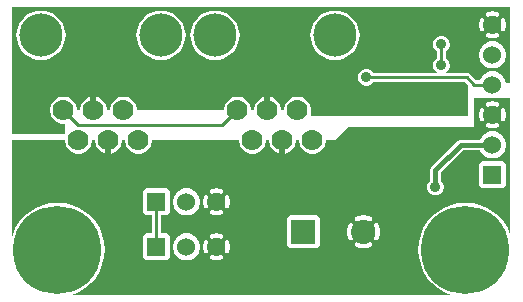
<source format=gbr>
G04 start of page 3 for group 1 idx 1 *
G04 Title: (unknown), solder *
G04 Creator: pcb 20110918 *
G04 CreationDate: Sun 25 Aug 2013 04:17:39 AM GMT UTC *
G04 For: railfan *
G04 Format: Gerber/RS-274X *
G04 PCB-Dimensions: 170000 100000 *
G04 PCB-Coordinate-Origin: lower left *
%MOIN*%
%FSLAX25Y25*%
%LNBOTTOM*%
%ADD42C,0.1285*%
%ADD41C,0.0380*%
%ADD40C,0.0480*%
%ADD39C,0.0350*%
%ADD38C,0.1280*%
%ADD37C,0.0360*%
%ADD36C,0.0600*%
%ADD35C,0.2937*%
%ADD34C,0.0800*%
%ADD33C,0.0700*%
%ADD32C,0.1440*%
%ADD31C,0.0200*%
%ADD30C,0.0150*%
%ADD29C,0.0100*%
%ADD28C,0.0001*%
G54D28*G36*
X165613Y98000D02*X168000D01*
Y72500D01*
X166470D01*
X166458Y72706D01*
X166293Y73395D01*
X166022Y74049D01*
X165652Y74653D01*
X165613Y74698D01*
Y79302D01*
X165652Y79347D01*
X166022Y79951D01*
X166293Y80605D01*
X166458Y81294D01*
X166500Y82000D01*
X166458Y82706D01*
X166293Y83395D01*
X166022Y84049D01*
X165652Y84653D01*
X165613Y84698D01*
Y89853D01*
X165656Y89860D01*
X165768Y89897D01*
X165873Y89952D01*
X165968Y90022D01*
X166051Y90106D01*
X166119Y90202D01*
X166170Y90308D01*
X166318Y90716D01*
X166422Y91137D01*
X166484Y91567D01*
X166505Y92000D01*
X166484Y92433D01*
X166422Y92863D01*
X166318Y93284D01*
X166175Y93694D01*
X166122Y93800D01*
X166053Y93896D01*
X165970Y93981D01*
X165875Y94051D01*
X165769Y94106D01*
X165657Y94143D01*
X165613Y94151D01*
Y98000D01*
G37*
G36*
Y74698D02*X165192Y75192D01*
X164653Y75652D01*
X164049Y76022D01*
X163395Y76293D01*
X162706Y76458D01*
X162000Y76514D01*
X161993Y76513D01*
Y77487D01*
X162000Y77486D01*
X162706Y77542D01*
X163395Y77707D01*
X164049Y77978D01*
X164653Y78348D01*
X165192Y78808D01*
X165613Y79302D01*
Y74698D01*
G37*
G36*
X161993Y98000D02*X165613D01*
Y94151D01*
X165540Y94163D01*
X165421Y94164D01*
X165304Y94146D01*
X165191Y94110D01*
X165085Y94057D01*
X164988Y93988D01*
X164904Y93905D01*
X164833Y93809D01*
X164779Y93704D01*
X164741Y93592D01*
X164722Y93475D01*
X164721Y93356D01*
X164739Y93239D01*
X164777Y93126D01*
X164876Y92855D01*
X164944Y92575D01*
X164986Y92289D01*
X165000Y92000D01*
X164986Y91711D01*
X164944Y91425D01*
X164876Y91145D01*
X164780Y90872D01*
X164742Y90761D01*
X164725Y90644D01*
X164725Y90526D01*
X164745Y90409D01*
X164782Y90297D01*
X164836Y90193D01*
X164906Y90098D01*
X164991Y90015D01*
X165087Y89946D01*
X165192Y89893D01*
X165305Y89857D01*
X165421Y89840D01*
X165539Y89841D01*
X165613Y89853D01*
Y84698D01*
X165192Y85192D01*
X164653Y85652D01*
X164049Y86022D01*
X163395Y86293D01*
X162706Y86458D01*
X162000Y86514D01*
X161993Y86513D01*
Y87495D01*
X162000Y87495D01*
X162433Y87516D01*
X162863Y87578D01*
X163284Y87682D01*
X163694Y87825D01*
X163800Y87878D01*
X163896Y87947D01*
X163981Y88030D01*
X164051Y88125D01*
X164106Y88231D01*
X164143Y88343D01*
X164163Y88460D01*
X164164Y88579D01*
X164146Y88696D01*
X164110Y88809D01*
X164057Y88915D01*
X163988Y89012D01*
X163905Y89096D01*
X163809Y89167D01*
X163704Y89221D01*
X163592Y89259D01*
X163475Y89278D01*
X163356Y89279D01*
X163239Y89261D01*
X163126Y89223D01*
X162855Y89124D01*
X162575Y89056D01*
X162289Y89014D01*
X162000Y89000D01*
X161993Y89000D01*
Y95000D01*
X162000Y95000D01*
X162289Y94986D01*
X162575Y94944D01*
X162855Y94876D01*
X163128Y94780D01*
X163239Y94742D01*
X163356Y94725D01*
X163474Y94725D01*
X163591Y94745D01*
X163703Y94782D01*
X163807Y94836D01*
X163902Y94906D01*
X163985Y94991D01*
X164054Y95087D01*
X164107Y95192D01*
X164143Y95305D01*
X164160Y95421D01*
X164159Y95539D01*
X164140Y95656D01*
X164103Y95768D01*
X164048Y95873D01*
X163978Y95968D01*
X163894Y96051D01*
X163798Y96119D01*
X163692Y96170D01*
X163284Y96318D01*
X162863Y96422D01*
X162433Y96484D01*
X162000Y96505D01*
X161993Y96505D01*
Y98000D01*
G37*
G36*
X158387Y79302D02*X158808Y78808D01*
X159347Y78348D01*
X159951Y77978D01*
X160605Y77707D01*
X161294Y77542D01*
X161993Y77487D01*
Y76513D01*
X161294Y76458D01*
X160605Y76293D01*
X159951Y76022D01*
X159347Y75652D01*
X158808Y75192D01*
X158387Y74698D01*
Y79302D01*
G37*
G36*
Y98000D02*X161993D01*
Y96505D01*
X161567Y96484D01*
X161137Y96422D01*
X160716Y96318D01*
X160306Y96175D01*
X160200Y96122D01*
X160104Y96053D01*
X160019Y95970D01*
X159949Y95875D01*
X159894Y95769D01*
X159857Y95657D01*
X159837Y95540D01*
X159836Y95421D01*
X159854Y95304D01*
X159890Y95191D01*
X159943Y95085D01*
X160012Y94988D01*
X160095Y94904D01*
X160191Y94833D01*
X160296Y94779D01*
X160408Y94741D01*
X160525Y94722D01*
X160644Y94721D01*
X160761Y94739D01*
X160874Y94777D01*
X161145Y94876D01*
X161425Y94944D01*
X161711Y94986D01*
X161993Y95000D01*
Y89000D01*
X161711Y89014D01*
X161425Y89056D01*
X161145Y89124D01*
X160872Y89220D01*
X160761Y89258D01*
X160644Y89275D01*
X160526Y89275D01*
X160409Y89255D01*
X160297Y89218D01*
X160193Y89164D01*
X160098Y89094D01*
X160015Y89009D01*
X159946Y88913D01*
X159893Y88808D01*
X159857Y88695D01*
X159840Y88579D01*
X159841Y88461D01*
X159860Y88344D01*
X159897Y88232D01*
X159952Y88127D01*
X160022Y88032D01*
X160106Y87949D01*
X160202Y87881D01*
X160308Y87830D01*
X160716Y87682D01*
X161137Y87578D01*
X161567Y87516D01*
X161993Y87495D01*
Y86513D01*
X161294Y86458D01*
X160605Y86293D01*
X159951Y86022D01*
X159347Y85652D01*
X158808Y85192D01*
X158387Y84698D01*
Y89849D01*
X158460Y89837D01*
X158579Y89836D01*
X158696Y89854D01*
X158809Y89890D01*
X158915Y89943D01*
X159012Y90012D01*
X159096Y90095D01*
X159167Y90191D01*
X159221Y90296D01*
X159259Y90408D01*
X159278Y90525D01*
X159279Y90644D01*
X159261Y90761D01*
X159223Y90874D01*
X159124Y91145D01*
X159056Y91425D01*
X159014Y91711D01*
X159000Y92000D01*
X159014Y92289D01*
X159056Y92575D01*
X159124Y92855D01*
X159220Y93128D01*
X159258Y93239D01*
X159275Y93356D01*
X159275Y93474D01*
X159255Y93591D01*
X159218Y93703D01*
X159164Y93807D01*
X159094Y93902D01*
X159009Y93985D01*
X158913Y94054D01*
X158808Y94107D01*
X158695Y94143D01*
X158579Y94160D01*
X158461Y94159D01*
X158387Y94147D01*
Y98000D01*
G37*
G36*
X146500Y80865D02*Y83135D01*
X146651Y83228D01*
X146986Y83514D01*
X147272Y83849D01*
X147503Y84225D01*
X147671Y84632D01*
X147774Y85061D01*
X147800Y85500D01*
X147774Y85939D01*
X147671Y86368D01*
X147503Y86775D01*
X147272Y87151D01*
X146986Y87486D01*
X146651Y87772D01*
X146275Y88003D01*
X145868Y88171D01*
X145439Y88274D01*
X145000Y88309D01*
X144561Y88274D01*
X144132Y88171D01*
X143725Y88003D01*
X143349Y87772D01*
X143014Y87486D01*
X142728Y87151D01*
X142497Y86775D01*
X142329Y86368D01*
X142226Y85939D01*
X142191Y85500D01*
X142226Y85061D01*
X142329Y84632D01*
X142497Y84225D01*
X142728Y83849D01*
X143014Y83514D01*
X143349Y83228D01*
X143500Y83135D01*
Y80865D01*
X143349Y80772D01*
X143014Y80486D01*
X142728Y80151D01*
X142497Y79775D01*
X142329Y79368D01*
X142226Y78939D01*
X142191Y78500D01*
X142226Y78061D01*
X142329Y77632D01*
X142497Y77225D01*
X142728Y76849D01*
X143014Y76514D01*
X143349Y76228D01*
X143721Y76000D01*
X122365D01*
X122272Y76151D01*
X121986Y76486D01*
X121651Y76772D01*
X121275Y77003D01*
X120868Y77171D01*
X120439Y77274D01*
X120000Y77309D01*
X119561Y77274D01*
X119132Y77171D01*
X118725Y77003D01*
X118349Y76772D01*
X118014Y76486D01*
X117728Y76151D01*
X117497Y75775D01*
X117329Y75368D01*
X117226Y74939D01*
X117191Y74500D01*
X117226Y74061D01*
X117329Y73632D01*
X117497Y73225D01*
X117728Y72849D01*
X118014Y72514D01*
X118349Y72228D01*
X118725Y71997D01*
X119132Y71829D01*
X119561Y71726D01*
X120000Y71691D01*
X120439Y71726D01*
X120868Y71829D01*
X121275Y71997D01*
X121651Y72228D01*
X121986Y72514D01*
X122272Y72849D01*
X122365Y73000D01*
X152879D01*
X154000Y71879D01*
Y63500D01*
X109487D01*
Y80276D01*
X109500Y80275D01*
X110787Y80376D01*
X112042Y80677D01*
X113234Y81171D01*
X114335Y81846D01*
X115316Y82684D01*
X116154Y83665D01*
X116829Y84766D01*
X117323Y85958D01*
X117624Y87213D01*
X117700Y88500D01*
X117624Y89787D01*
X117323Y91042D01*
X116829Y92234D01*
X116154Y93335D01*
X115316Y94316D01*
X114335Y95154D01*
X113234Y95829D01*
X112042Y96323D01*
X110787Y96624D01*
X109500Y96725D01*
X109487Y96724D01*
Y98000D01*
X158387D01*
Y94147D01*
X158344Y94140D01*
X158232Y94103D01*
X158127Y94048D01*
X158032Y93978D01*
X157949Y93894D01*
X157881Y93798D01*
X157830Y93692D01*
X157682Y93284D01*
X157578Y92863D01*
X157516Y92433D01*
X157495Y92000D01*
X157516Y91567D01*
X157578Y91137D01*
X157682Y90716D01*
X157825Y90306D01*
X157878Y90200D01*
X157947Y90104D01*
X158030Y90019D01*
X158125Y89949D01*
X158231Y89894D01*
X158343Y89857D01*
X158387Y89849D01*
Y84698D01*
X158348Y84653D01*
X157978Y84049D01*
X157707Y83395D01*
X157542Y82706D01*
X157486Y82000D01*
X157542Y81294D01*
X157707Y80605D01*
X157978Y79951D01*
X158348Y79347D01*
X158387Y79302D01*
Y74698D01*
X158348Y74653D01*
X157978Y74049D01*
X157751Y73500D01*
X156621D01*
X154602Y75519D01*
X154564Y75564D01*
X154384Y75717D01*
X154183Y75841D01*
X153965Y75931D01*
X153735Y75986D01*
X153500Y76005D01*
X153441Y76000D01*
X146279D01*
X146651Y76228D01*
X146986Y76514D01*
X147272Y76849D01*
X147503Y77225D01*
X147671Y77632D01*
X147774Y78061D01*
X147800Y78500D01*
X147774Y78939D01*
X147671Y79368D01*
X147503Y79775D01*
X147272Y80151D01*
X146986Y80486D01*
X146651Y80772D01*
X146500Y80865D01*
G37*
G36*
X109487Y63500D02*X101500D01*
X101458Y64206D01*
X101293Y64895D01*
X101022Y65549D01*
X100652Y66153D01*
X100192Y66692D01*
X99653Y67152D01*
X99049Y67522D01*
X98395Y67793D01*
X97706Y67958D01*
X97000Y68014D01*
X96294Y67958D01*
X95605Y67793D01*
X94951Y67522D01*
X94347Y67152D01*
X93808Y66692D01*
X93348Y66153D01*
X92978Y65549D01*
X92707Y64895D01*
X92542Y64206D01*
X92486Y63500D01*
X91500D01*
X91458Y64206D01*
X91293Y64895D01*
X91022Y65549D01*
X90652Y66153D01*
X90192Y66692D01*
X89653Y67152D01*
X89049Y67522D01*
X88395Y67793D01*
X87706Y67958D01*
X87000Y68014D01*
X86294Y67958D01*
X85605Y67793D01*
X84951Y67522D01*
X84347Y67152D01*
X83808Y66692D01*
X83348Y66153D01*
X82978Y65549D01*
X82707Y64895D01*
X82542Y64206D01*
X82486Y63500D01*
X81500D01*
X81458Y64206D01*
X81293Y64895D01*
X81022Y65549D01*
X80652Y66153D01*
X80192Y66692D01*
X79653Y67152D01*
X79049Y67522D01*
X78395Y67793D01*
X77706Y67958D01*
X77000Y68014D01*
X76294Y67958D01*
X75605Y67793D01*
X74951Y67522D01*
X74347Y67152D01*
X73808Y66692D01*
X73348Y66153D01*
X72978Y65549D01*
X72707Y64895D01*
X72542Y64206D01*
X72486Y63500D01*
X69487D01*
Y80276D01*
X69500Y80275D01*
X70787Y80376D01*
X72042Y80677D01*
X73234Y81171D01*
X74335Y81846D01*
X75316Y82684D01*
X76154Y83665D01*
X76829Y84766D01*
X77323Y85958D01*
X77624Y87213D01*
X77700Y88500D01*
X77624Y89787D01*
X77323Y91042D01*
X76829Y92234D01*
X76154Y93335D01*
X75316Y94316D01*
X74335Y95154D01*
X73234Y95829D01*
X72042Y96323D01*
X70787Y96624D01*
X69500Y96725D01*
X69487Y96724D01*
Y98000D01*
X109487D01*
Y96724D01*
X108213Y96624D01*
X106958Y96323D01*
X105766Y95829D01*
X104665Y95154D01*
X103684Y94316D01*
X102846Y93335D01*
X102171Y92234D01*
X101677Y91042D01*
X101376Y89787D01*
X101275Y88500D01*
X101376Y87213D01*
X101677Y85958D01*
X102171Y84766D01*
X102846Y83665D01*
X103684Y82684D01*
X104665Y81846D01*
X105766Y81171D01*
X106958Y80677D01*
X108213Y80376D01*
X109487Y80276D01*
Y63500D01*
G37*
G36*
X69487D02*X51487D01*
Y80276D01*
X51500Y80275D01*
X52787Y80376D01*
X54042Y80677D01*
X55234Y81171D01*
X56335Y81846D01*
X57316Y82684D01*
X58154Y83665D01*
X58829Y84766D01*
X59323Y85958D01*
X59624Y87213D01*
X59700Y88500D01*
X59624Y89787D01*
X59323Y91042D01*
X58829Y92234D01*
X58154Y93335D01*
X57316Y94316D01*
X56335Y95154D01*
X55234Y95829D01*
X54042Y96323D01*
X52787Y96624D01*
X51500Y96725D01*
X51487Y96724D01*
Y98000D01*
X69487D01*
Y96724D01*
X68213Y96624D01*
X66958Y96323D01*
X65766Y95829D01*
X64665Y95154D01*
X63684Y94316D01*
X62846Y93335D01*
X62171Y92234D01*
X61677Y91042D01*
X61376Y89787D01*
X61275Y88500D01*
X61376Y87213D01*
X61677Y85958D01*
X62171Y84766D01*
X62846Y83665D01*
X63684Y82684D01*
X64665Y81846D01*
X65766Y81171D01*
X66958Y80677D01*
X68213Y80376D01*
X69487Y80276D01*
Y63500D01*
G37*
G36*
X51487D02*X43500D01*
X43458Y64206D01*
X43293Y64895D01*
X43022Y65549D01*
X42652Y66153D01*
X42192Y66692D01*
X41653Y67152D01*
X41049Y67522D01*
X40395Y67793D01*
X39706Y67958D01*
X39000Y68014D01*
X38294Y67958D01*
X37605Y67793D01*
X36951Y67522D01*
X36347Y67152D01*
X35808Y66692D01*
X35348Y66153D01*
X34978Y65549D01*
X34707Y64895D01*
X34542Y64206D01*
X34486Y63500D01*
X33500D01*
X33458Y64206D01*
X33293Y64895D01*
X33022Y65549D01*
X32652Y66153D01*
X32192Y66692D01*
X31653Y67152D01*
X31049Y67522D01*
X30395Y67793D01*
X29706Y67958D01*
X29000Y68014D01*
X28294Y67958D01*
X27605Y67793D01*
X26951Y67522D01*
X26347Y67152D01*
X25808Y66692D01*
X25348Y66153D01*
X24978Y65549D01*
X24707Y64895D01*
X24542Y64206D01*
X24486Y63500D01*
X23500D01*
X23458Y64206D01*
X23293Y64895D01*
X23022Y65549D01*
X22652Y66153D01*
X22192Y66692D01*
X21653Y67152D01*
X21049Y67522D01*
X20395Y67793D01*
X19706Y67958D01*
X19000Y68014D01*
X18294Y67958D01*
X17605Y67793D01*
X16951Y67522D01*
X16347Y67152D01*
X15808Y66692D01*
X15348Y66153D01*
X14978Y65549D01*
X14707Y64895D01*
X14542Y64206D01*
X14486Y63500D01*
X11487D01*
Y80276D01*
X11500Y80275D01*
X12787Y80376D01*
X14042Y80677D01*
X15234Y81171D01*
X16335Y81846D01*
X17316Y82684D01*
X18154Y83665D01*
X18829Y84766D01*
X19323Y85958D01*
X19624Y87213D01*
X19700Y88500D01*
X19624Y89787D01*
X19323Y91042D01*
X18829Y92234D01*
X18154Y93335D01*
X17316Y94316D01*
X16335Y95154D01*
X15234Y95829D01*
X14042Y96323D01*
X12787Y96624D01*
X11500Y96725D01*
X11487Y96724D01*
Y98000D01*
X51487D01*
Y96724D01*
X50213Y96624D01*
X48958Y96323D01*
X47766Y95829D01*
X46665Y95154D01*
X45684Y94316D01*
X44846Y93335D01*
X44171Y92234D01*
X43677Y91042D01*
X43376Y89787D01*
X43275Y88500D01*
X43376Y87213D01*
X43677Y85958D01*
X44171Y84766D01*
X44846Y83665D01*
X45684Y82684D01*
X46665Y81846D01*
X47766Y81171D01*
X48958Y80677D01*
X50213Y80376D01*
X51487Y80276D01*
Y63500D01*
G37*
G36*
X11487D02*X2000D01*
Y98000D01*
X11487D01*
Y96724D01*
X10213Y96624D01*
X8958Y96323D01*
X7766Y95829D01*
X6665Y95154D01*
X5684Y94316D01*
X4846Y93335D01*
X4171Y92234D01*
X3677Y91042D01*
X3376Y89787D01*
X3275Y88500D01*
X3376Y87213D01*
X3677Y85958D01*
X4171Y84766D01*
X4846Y83665D01*
X5684Y82684D01*
X6665Y81846D01*
X7766Y81171D01*
X8958Y80677D01*
X10213Y80376D01*
X11487Y80276D01*
Y63500D01*
G37*
G36*
X165613Y67500D02*X168000D01*
Y54500D01*
X165746D01*
X165652Y54653D01*
X165613Y54698D01*
Y59853D01*
X165656Y59860D01*
X165768Y59897D01*
X165873Y59952D01*
X165968Y60022D01*
X166051Y60106D01*
X166119Y60202D01*
X166170Y60308D01*
X166318Y60716D01*
X166422Y61137D01*
X166484Y61567D01*
X166505Y62000D01*
X166484Y62433D01*
X166422Y62863D01*
X166318Y63284D01*
X166175Y63694D01*
X166122Y63800D01*
X166053Y63896D01*
X165970Y63981D01*
X165875Y64051D01*
X165769Y64106D01*
X165657Y64143D01*
X165613Y64151D01*
Y67500D01*
G37*
G36*
X162002Y67486D02*X162176Y67500D01*
X165613D01*
Y64151D01*
X165540Y64163D01*
X165421Y64164D01*
X165304Y64146D01*
X165191Y64110D01*
X165085Y64057D01*
X164988Y63988D01*
X164904Y63905D01*
X164833Y63809D01*
X164779Y63704D01*
X164741Y63592D01*
X164722Y63475D01*
X164721Y63356D01*
X164739Y63239D01*
X164777Y63126D01*
X164876Y62855D01*
X164944Y62575D01*
X164986Y62289D01*
X165000Y62000D01*
X164986Y61711D01*
X164944Y61425D01*
X164876Y61145D01*
X164780Y60872D01*
X164742Y60761D01*
X164725Y60644D01*
X164725Y60526D01*
X164745Y60409D01*
X164782Y60297D01*
X164836Y60193D01*
X164906Y60098D01*
X164991Y60015D01*
X165087Y59946D01*
X165192Y59893D01*
X165305Y59857D01*
X165421Y59840D01*
X165539Y59841D01*
X165613Y59853D01*
Y54698D01*
X165192Y55192D01*
X164653Y55652D01*
X164049Y56022D01*
X163395Y56293D01*
X162706Y56458D01*
X162002Y56514D01*
Y57495D01*
X162433Y57516D01*
X162863Y57578D01*
X163284Y57682D01*
X163694Y57825D01*
X163800Y57878D01*
X163896Y57947D01*
X163981Y58030D01*
X164051Y58125D01*
X164106Y58231D01*
X164143Y58343D01*
X164163Y58460D01*
X164164Y58579D01*
X164146Y58696D01*
X164110Y58809D01*
X164057Y58915D01*
X163988Y59012D01*
X163905Y59096D01*
X163809Y59167D01*
X163704Y59221D01*
X163592Y59259D01*
X163475Y59278D01*
X163356Y59279D01*
X163239Y59261D01*
X163126Y59223D01*
X162855Y59124D01*
X162575Y59056D01*
X162289Y59014D01*
X162002Y59000D01*
Y65000D01*
X162289Y64986D01*
X162575Y64944D01*
X162855Y64876D01*
X163128Y64780D01*
X163239Y64742D01*
X163356Y64725D01*
X163474Y64725D01*
X163591Y64745D01*
X163703Y64782D01*
X163807Y64836D01*
X163902Y64906D01*
X163985Y64991D01*
X164054Y65087D01*
X164107Y65192D01*
X164143Y65305D01*
X164160Y65421D01*
X164159Y65539D01*
X164140Y65656D01*
X164103Y65768D01*
X164048Y65873D01*
X163978Y65968D01*
X163894Y66051D01*
X163798Y66119D01*
X163692Y66170D01*
X163284Y66318D01*
X162863Y66422D01*
X162433Y66484D01*
X162002Y66505D01*
Y67486D01*
G37*
G36*
X158387Y67500D02*X161824D01*
X162000Y67486D01*
X162002Y67486D01*
Y66505D01*
X162000Y66505D01*
X161567Y66484D01*
X161137Y66422D01*
X160716Y66318D01*
X160306Y66175D01*
X160200Y66122D01*
X160104Y66053D01*
X160019Y65970D01*
X159949Y65875D01*
X159894Y65769D01*
X159857Y65657D01*
X159837Y65540D01*
X159836Y65421D01*
X159854Y65304D01*
X159890Y65191D01*
X159943Y65085D01*
X160012Y64988D01*
X160095Y64904D01*
X160191Y64833D01*
X160296Y64779D01*
X160408Y64741D01*
X160525Y64722D01*
X160644Y64721D01*
X160761Y64739D01*
X160874Y64777D01*
X161145Y64876D01*
X161425Y64944D01*
X161711Y64986D01*
X162000Y65000D01*
X162002Y65000D01*
Y59000D01*
X162000Y59000D01*
X161711Y59014D01*
X161425Y59056D01*
X161145Y59124D01*
X160872Y59220D01*
X160761Y59258D01*
X160644Y59275D01*
X160526Y59275D01*
X160409Y59255D01*
X160297Y59218D01*
X160193Y59164D01*
X160098Y59094D01*
X160015Y59009D01*
X159946Y58913D01*
X159893Y58808D01*
X159857Y58695D01*
X159840Y58579D01*
X159841Y58461D01*
X159860Y58344D01*
X159897Y58232D01*
X159952Y58127D01*
X160022Y58032D01*
X160106Y57949D01*
X160202Y57881D01*
X160308Y57830D01*
X160716Y57682D01*
X161137Y57578D01*
X161567Y57516D01*
X162000Y57495D01*
X162002Y57495D01*
Y56514D01*
X162000Y56514D01*
X161294Y56458D01*
X160605Y56293D01*
X159951Y56022D01*
X159347Y55652D01*
X158808Y55192D01*
X158387Y54698D01*
Y59849D01*
X158460Y59837D01*
X158579Y59836D01*
X158696Y59854D01*
X158809Y59890D01*
X158915Y59943D01*
X159012Y60012D01*
X159096Y60095D01*
X159167Y60191D01*
X159221Y60296D01*
X159259Y60408D01*
X159278Y60525D01*
X159279Y60644D01*
X159261Y60761D01*
X159223Y60874D01*
X159124Y61145D01*
X159056Y61425D01*
X159014Y61711D01*
X159000Y62000D01*
X159014Y62289D01*
X159056Y62575D01*
X159124Y62855D01*
X159220Y63128D01*
X159258Y63239D01*
X159275Y63356D01*
X159275Y63474D01*
X159255Y63591D01*
X159218Y63703D01*
X159164Y63807D01*
X159094Y63902D01*
X159009Y63985D01*
X158913Y64054D01*
X158808Y64107D01*
X158695Y64143D01*
X158579Y64160D01*
X158461Y64159D01*
X158387Y64147D01*
Y67500D01*
G37*
G36*
X156000D02*X158387D01*
Y64147D01*
X158344Y64140D01*
X158232Y64103D01*
X158127Y64048D01*
X158032Y63978D01*
X157949Y63894D01*
X157881Y63798D01*
X157830Y63692D01*
X157682Y63284D01*
X157578Y62863D01*
X157516Y62433D01*
X157495Y62000D01*
X157516Y61567D01*
X157578Y61137D01*
X157682Y60716D01*
X157825Y60306D01*
X157878Y60200D01*
X157947Y60104D01*
X158030Y60019D01*
X158125Y59949D01*
X158231Y59894D01*
X158343Y59857D01*
X158387Y59849D01*
Y54698D01*
X158348Y54653D01*
X158254Y54500D01*
X156000D01*
Y67500D01*
G37*
G36*
X154000Y68000D02*Y61500D01*
X101500D01*
Y68000D01*
X154000D01*
G37*
G36*
X2000Y65000D02*X14751D01*
X14707Y64895D01*
X14542Y64206D01*
X14486Y63500D01*
X14542Y62794D01*
X14707Y62105D01*
X14978Y61451D01*
X15348Y60847D01*
X15808Y60308D01*
X16347Y59848D01*
X16951Y59478D01*
X17605Y59207D01*
X18294Y59042D01*
X19000Y58986D01*
X19500Y59025D01*
Y55500D01*
X2000D01*
Y65000D01*
G37*
G36*
X162000Y57495D02*X162433Y57516D01*
X162863Y57578D01*
X163284Y57682D01*
X163694Y57825D01*
X163800Y57878D01*
X163896Y57947D01*
X163950Y58000D01*
X168000D01*
Y21705D01*
X167962Y21862D01*
X167018Y24142D01*
X165728Y26247D01*
X164124Y28124D01*
X162247Y29728D01*
X162000Y29879D01*
Y37507D01*
X165235Y37514D01*
X165465Y37569D01*
X165683Y37659D01*
X165884Y37783D01*
X166064Y37936D01*
X166217Y38116D01*
X166341Y38317D01*
X166431Y38535D01*
X166486Y38765D01*
X166500Y39000D01*
X166486Y45235D01*
X166431Y45465D01*
X166341Y45683D01*
X166217Y45884D01*
X166064Y46064D01*
X165884Y46217D01*
X165683Y46341D01*
X165465Y46431D01*
X165235Y46486D01*
X165000Y46500D01*
X162000Y46493D01*
Y47486D01*
X162706Y47542D01*
X163395Y47707D01*
X164049Y47978D01*
X164653Y48348D01*
X165192Y48808D01*
X165652Y49347D01*
X166022Y49951D01*
X166293Y50605D01*
X166458Y51294D01*
X166500Y52000D01*
X166458Y52706D01*
X166293Y53395D01*
X166022Y54049D01*
X165652Y54653D01*
X165192Y55192D01*
X164653Y55652D01*
X164049Y56022D01*
X163395Y56293D01*
X162706Y56458D01*
X162000Y56514D01*
Y57495D01*
G37*
G36*
Y29879D02*X160142Y31018D01*
X157862Y31962D01*
X155461Y32539D01*
X153346Y32705D01*
Y50250D01*
X157854D01*
X157978Y49951D01*
X158348Y49347D01*
X158808Y48808D01*
X159347Y48348D01*
X159951Y47978D01*
X160605Y47707D01*
X161294Y47542D01*
X162000Y47486D01*
Y46493D01*
X158765Y46486D01*
X158535Y46431D01*
X158317Y46341D01*
X158116Y46217D01*
X157936Y46064D01*
X157783Y45884D01*
X157659Y45683D01*
X157569Y45465D01*
X157514Y45235D01*
X157500Y45000D01*
X157514Y38765D01*
X157569Y38535D01*
X157659Y38317D01*
X157783Y38116D01*
X157936Y37936D01*
X158116Y37783D01*
X158317Y37659D01*
X158535Y37569D01*
X158765Y37514D01*
X159000Y37500D01*
X162000Y37507D01*
Y29879D01*
G37*
G36*
X153346Y58000D02*X160055D01*
X160106Y57949D01*
X160202Y57881D01*
X160308Y57830D01*
X160716Y57682D01*
X161137Y57578D01*
X161567Y57516D01*
X162000Y57495D01*
Y56514D01*
X161294Y56458D01*
X160605Y56293D01*
X159951Y56022D01*
X159347Y55652D01*
X158808Y55192D01*
X158348Y54653D01*
X157978Y54049D01*
X157854Y53750D01*
X153346D01*
Y58000D01*
G37*
G36*
X148295Y2000D02*X123493D01*
Y20145D01*
X123578Y20181D01*
X123679Y20243D01*
X123769Y20319D01*
X123845Y20409D01*
X123905Y20511D01*
X124122Y20980D01*
X124289Y21469D01*
X124409Y21972D01*
X124482Y22484D01*
X124506Y23000D01*
X124482Y23516D01*
X124409Y24028D01*
X124289Y24531D01*
X124122Y25020D01*
X123910Y25492D01*
X123849Y25593D01*
X123772Y25684D01*
X123682Y25761D01*
X123580Y25823D01*
X123493Y25860D01*
Y58000D01*
X153346D01*
Y53750D01*
X151569D01*
X151500Y53755D01*
X151225Y53734D01*
X150958Y53669D01*
X150703Y53564D01*
X150468Y53420D01*
X150259Y53241D01*
X150214Y53189D01*
X141811Y44786D01*
X141759Y44741D01*
X141580Y44532D01*
X141436Y44297D01*
X141331Y44042D01*
X141266Y43775D01*
X141266Y43774D01*
X141245Y43500D01*
X141250Y43432D01*
Y40188D01*
X141014Y39986D01*
X140728Y39651D01*
X140497Y39275D01*
X140329Y38868D01*
X140226Y38439D01*
X140191Y38000D01*
X140226Y37561D01*
X140329Y37132D01*
X140497Y36725D01*
X140728Y36349D01*
X141014Y36014D01*
X141349Y35728D01*
X141725Y35497D01*
X142132Y35329D01*
X142561Y35226D01*
X143000Y35191D01*
X143439Y35226D01*
X143868Y35329D01*
X144275Y35497D01*
X144651Y35728D01*
X144986Y36014D01*
X145272Y36349D01*
X145503Y36725D01*
X145671Y37132D01*
X145774Y37561D01*
X145800Y38000D01*
X145774Y38439D01*
X145671Y38868D01*
X145503Y39275D01*
X145272Y39651D01*
X144986Y39986D01*
X144750Y40188D01*
Y42775D01*
X152225Y50250D01*
X153346D01*
Y32705D01*
X153000Y32732D01*
X150539Y32539D01*
X148138Y31962D01*
X145858Y31018D01*
X143753Y29728D01*
X141876Y28124D01*
X140272Y26247D01*
X138982Y24142D01*
X138038Y21862D01*
X137461Y19461D01*
X137268Y17000D01*
X137461Y14539D01*
X138038Y12138D01*
X138982Y9858D01*
X140272Y7753D01*
X141876Y5876D01*
X143753Y4272D01*
X145858Y2982D01*
X148138Y2038D01*
X148295Y2000D01*
G37*
G36*
X123493D02*X119002D01*
Y17494D01*
X119516Y17518D01*
X120028Y17591D01*
X120531Y17711D01*
X121020Y17878D01*
X121492Y18090D01*
X121593Y18151D01*
X121684Y18228D01*
X121761Y18318D01*
X121823Y18420D01*
X121869Y18529D01*
X121897Y18645D01*
X121906Y18763D01*
X121897Y18881D01*
X121870Y18997D01*
X121824Y19107D01*
X121762Y19208D01*
X121686Y19298D01*
X121595Y19376D01*
X121494Y19438D01*
X121385Y19484D01*
X121269Y19511D01*
X121151Y19521D01*
X121032Y19512D01*
X120917Y19484D01*
X120808Y19437D01*
X120468Y19279D01*
X120112Y19158D01*
X119747Y19070D01*
X119375Y19018D01*
X119002Y19000D01*
Y27000D01*
X119375Y26982D01*
X119747Y26930D01*
X120112Y26842D01*
X120468Y26721D01*
X120810Y26567D01*
X120918Y26520D01*
X121033Y26493D01*
X121151Y26483D01*
X121268Y26493D01*
X121383Y26521D01*
X121492Y26566D01*
X121593Y26628D01*
X121682Y26705D01*
X121759Y26795D01*
X121820Y26895D01*
X121865Y27004D01*
X121893Y27119D01*
X121902Y27237D01*
X121892Y27355D01*
X121865Y27469D01*
X121819Y27578D01*
X121757Y27679D01*
X121681Y27769D01*
X121591Y27845D01*
X121489Y27905D01*
X121020Y28122D01*
X120531Y28289D01*
X120028Y28409D01*
X119516Y28482D01*
X119002Y28506D01*
Y58000D01*
X123493D01*
Y25860D01*
X123471Y25869D01*
X123355Y25897D01*
X123237Y25906D01*
X123119Y25897D01*
X123003Y25870D01*
X122893Y25824D01*
X122792Y25762D01*
X122702Y25686D01*
X122624Y25595D01*
X122562Y25494D01*
X122516Y25385D01*
X122489Y25269D01*
X122479Y25151D01*
X122488Y25032D01*
X122516Y24917D01*
X122563Y24808D01*
X122721Y24468D01*
X122842Y24112D01*
X122930Y23747D01*
X122982Y23375D01*
X123000Y23000D01*
X122982Y22625D01*
X122930Y22253D01*
X122842Y21888D01*
X122721Y21532D01*
X122567Y21190D01*
X122520Y21082D01*
X122493Y20967D01*
X122483Y20849D01*
X122493Y20732D01*
X122521Y20617D01*
X122566Y20508D01*
X122628Y20407D01*
X122705Y20318D01*
X122795Y20241D01*
X122895Y20180D01*
X123004Y20135D01*
X123119Y20107D01*
X123237Y20098D01*
X123355Y20108D01*
X123469Y20135D01*
X123493Y20145D01*
Y2000D01*
G37*
G36*
X119002D02*X114507D01*
Y20140D01*
X114529Y20131D01*
X114645Y20103D01*
X114763Y20094D01*
X114881Y20103D01*
X114997Y20130D01*
X115107Y20176D01*
X115208Y20238D01*
X115298Y20314D01*
X115376Y20405D01*
X115438Y20506D01*
X115484Y20615D01*
X115511Y20731D01*
X115521Y20849D01*
X115512Y20968D01*
X115484Y21083D01*
X115437Y21192D01*
X115279Y21532D01*
X115158Y21888D01*
X115070Y22253D01*
X115018Y22625D01*
X115000Y23000D01*
X115018Y23375D01*
X115070Y23747D01*
X115158Y24112D01*
X115279Y24468D01*
X115433Y24810D01*
X115480Y24918D01*
X115507Y25033D01*
X115517Y25151D01*
X115507Y25268D01*
X115479Y25383D01*
X115434Y25492D01*
X115372Y25593D01*
X115295Y25682D01*
X115205Y25759D01*
X115105Y25820D01*
X114996Y25865D01*
X114881Y25893D01*
X114763Y25902D01*
X114645Y25892D01*
X114531Y25865D01*
X114507Y25855D01*
Y58000D01*
X119002D01*
Y28506D01*
X119000Y28506D01*
X118484Y28482D01*
X117972Y28409D01*
X117469Y28289D01*
X116980Y28122D01*
X116508Y27910D01*
X116407Y27849D01*
X116316Y27772D01*
X116239Y27682D01*
X116177Y27580D01*
X116131Y27471D01*
X116103Y27355D01*
X116094Y27237D01*
X116103Y27119D01*
X116130Y27003D01*
X116176Y26893D01*
X116238Y26792D01*
X116314Y26702D01*
X116405Y26624D01*
X116506Y26562D01*
X116615Y26516D01*
X116731Y26489D01*
X116849Y26479D01*
X116968Y26488D01*
X117083Y26516D01*
X117192Y26563D01*
X117532Y26721D01*
X117888Y26842D01*
X118253Y26930D01*
X118625Y26982D01*
X119000Y27000D01*
X119002Y27000D01*
Y19000D01*
X119000Y19000D01*
X118625Y19018D01*
X118253Y19070D01*
X117888Y19158D01*
X117532Y19279D01*
X117190Y19433D01*
X117082Y19480D01*
X116967Y19507D01*
X116849Y19517D01*
X116732Y19507D01*
X116617Y19479D01*
X116508Y19434D01*
X116407Y19372D01*
X116318Y19295D01*
X116241Y19205D01*
X116180Y19105D01*
X116135Y18996D01*
X116107Y18881D01*
X116098Y18763D01*
X116108Y18645D01*
X116135Y18531D01*
X116181Y18422D01*
X116243Y18321D01*
X116319Y18231D01*
X116409Y18155D01*
X116511Y18095D01*
X116980Y17878D01*
X117469Y17711D01*
X117972Y17591D01*
X118484Y17518D01*
X119000Y17494D01*
X119002Y17494D01*
Y2000D01*
G37*
G36*
X114507D02*X99000D01*
Y17507D01*
X103235Y17514D01*
X103465Y17569D01*
X103683Y17659D01*
X103884Y17783D01*
X104064Y17936D01*
X104217Y18116D01*
X104341Y18317D01*
X104431Y18535D01*
X104486Y18765D01*
X104500Y19000D01*
X104486Y27235D01*
X104431Y27465D01*
X104341Y27683D01*
X104217Y27884D01*
X104064Y28064D01*
X103884Y28217D01*
X103683Y28341D01*
X103465Y28431D01*
X103235Y28486D01*
X103000Y28500D01*
X99000Y28493D01*
Y50144D01*
X99347Y49848D01*
X99951Y49478D01*
X100605Y49207D01*
X101294Y49042D01*
X102000Y48986D01*
X102706Y49042D01*
X103395Y49207D01*
X104049Y49478D01*
X104653Y49848D01*
X105192Y50308D01*
X105652Y50847D01*
X106022Y51451D01*
X106293Y52105D01*
X106458Y52794D01*
X106500Y53500D01*
X109500D01*
X114000Y58000D01*
X114507D01*
Y25855D01*
X114422Y25819D01*
X114321Y25757D01*
X114231Y25681D01*
X114155Y25591D01*
X114095Y25489D01*
X113878Y25020D01*
X113711Y24531D01*
X113591Y24028D01*
X113518Y23516D01*
X113494Y23000D01*
X113518Y22484D01*
X113591Y21972D01*
X113711Y21469D01*
X113878Y20980D01*
X114090Y20508D01*
X114151Y20407D01*
X114228Y20316D01*
X114318Y20239D01*
X114420Y20177D01*
X114507Y20140D01*
Y2000D01*
G37*
G36*
X99000D02*X73613D01*
Y15853D01*
X73656Y15860D01*
X73768Y15897D01*
X73873Y15952D01*
X73968Y16022D01*
X74051Y16106D01*
X74119Y16202D01*
X74170Y16308D01*
X74318Y16716D01*
X74422Y17137D01*
X74484Y17567D01*
X74505Y18000D01*
X74484Y18433D01*
X74422Y18863D01*
X74318Y19284D01*
X74175Y19694D01*
X74122Y19800D01*
X74053Y19896D01*
X73970Y19981D01*
X73875Y20051D01*
X73769Y20106D01*
X73657Y20143D01*
X73613Y20151D01*
Y30853D01*
X73656Y30860D01*
X73768Y30897D01*
X73873Y30952D01*
X73968Y31022D01*
X74051Y31106D01*
X74119Y31202D01*
X74170Y31308D01*
X74318Y31716D01*
X74422Y32137D01*
X74484Y32567D01*
X74505Y33000D01*
X74484Y33433D01*
X74422Y33863D01*
X74318Y34284D01*
X74175Y34694D01*
X74122Y34800D01*
X74053Y34896D01*
X73970Y34981D01*
X73875Y35051D01*
X73769Y35106D01*
X73657Y35143D01*
X73613Y35151D01*
Y53500D01*
X77486D01*
X77542Y52794D01*
X77707Y52105D01*
X77978Y51451D01*
X78348Y50847D01*
X78808Y50308D01*
X79347Y49848D01*
X79951Y49478D01*
X80605Y49207D01*
X81294Y49042D01*
X82000Y48986D01*
X82706Y49042D01*
X83395Y49207D01*
X84049Y49478D01*
X84653Y49848D01*
X85192Y50308D01*
X85652Y50847D01*
X86022Y51451D01*
X86293Y52105D01*
X86458Y52794D01*
X86500Y53500D01*
X87486D01*
X87542Y52794D01*
X87707Y52105D01*
X87978Y51451D01*
X88348Y50847D01*
X88808Y50308D01*
X89347Y49848D01*
X89951Y49478D01*
X90605Y49207D01*
X91294Y49042D01*
X92000Y48986D01*
X92706Y49042D01*
X93395Y49207D01*
X94049Y49478D01*
X94653Y49848D01*
X95192Y50308D01*
X95652Y50847D01*
X96022Y51451D01*
X96293Y52105D01*
X96458Y52794D01*
X96500Y53500D01*
X97486D01*
X97542Y52794D01*
X97707Y52105D01*
X97978Y51451D01*
X98348Y50847D01*
X98808Y50308D01*
X99000Y50144D01*
Y28493D01*
X94765Y28486D01*
X94535Y28431D01*
X94317Y28341D01*
X94116Y28217D01*
X93936Y28064D01*
X93783Y27884D01*
X93659Y27683D01*
X93569Y27465D01*
X93514Y27235D01*
X93500Y27000D01*
X93514Y18765D01*
X93569Y18535D01*
X93659Y18317D01*
X93783Y18116D01*
X93936Y17936D01*
X94116Y17783D01*
X94317Y17659D01*
X94535Y17569D01*
X94765Y17514D01*
X95000Y17500D01*
X99000Y17507D01*
Y2000D01*
G37*
G36*
X73613D02*X70002D01*
Y13495D01*
X70433Y13516D01*
X70863Y13578D01*
X71284Y13682D01*
X71694Y13825D01*
X71800Y13878D01*
X71896Y13947D01*
X71981Y14030D01*
X72051Y14125D01*
X72106Y14231D01*
X72143Y14343D01*
X72163Y14460D01*
X72164Y14579D01*
X72146Y14696D01*
X72110Y14809D01*
X72057Y14915D01*
X71988Y15012D01*
X71905Y15096D01*
X71809Y15167D01*
X71704Y15221D01*
X71592Y15259D01*
X71475Y15278D01*
X71356Y15279D01*
X71239Y15261D01*
X71126Y15223D01*
X70855Y15124D01*
X70575Y15056D01*
X70289Y15014D01*
X70002Y15000D01*
Y21000D01*
X70289Y20986D01*
X70575Y20944D01*
X70855Y20876D01*
X71128Y20780D01*
X71239Y20742D01*
X71356Y20725D01*
X71474Y20725D01*
X71591Y20745D01*
X71703Y20782D01*
X71807Y20836D01*
X71902Y20906D01*
X71985Y20991D01*
X72054Y21087D01*
X72107Y21192D01*
X72143Y21305D01*
X72160Y21421D01*
X72159Y21539D01*
X72140Y21656D01*
X72103Y21768D01*
X72048Y21873D01*
X71978Y21968D01*
X71894Y22051D01*
X71798Y22119D01*
X71692Y22170D01*
X71284Y22318D01*
X70863Y22422D01*
X70433Y22484D01*
X70002Y22505D01*
Y28495D01*
X70433Y28516D01*
X70863Y28578D01*
X71284Y28682D01*
X71694Y28825D01*
X71800Y28878D01*
X71896Y28947D01*
X71981Y29030D01*
X72051Y29125D01*
X72106Y29231D01*
X72143Y29343D01*
X72163Y29460D01*
X72164Y29579D01*
X72146Y29696D01*
X72110Y29809D01*
X72057Y29915D01*
X71988Y30012D01*
X71905Y30096D01*
X71809Y30167D01*
X71704Y30221D01*
X71592Y30259D01*
X71475Y30278D01*
X71356Y30279D01*
X71239Y30261D01*
X71126Y30223D01*
X70855Y30124D01*
X70575Y30056D01*
X70289Y30014D01*
X70002Y30000D01*
Y36000D01*
X70289Y35986D01*
X70575Y35944D01*
X70855Y35876D01*
X71128Y35780D01*
X71239Y35742D01*
X71356Y35725D01*
X71474Y35725D01*
X71591Y35745D01*
X71703Y35782D01*
X71807Y35836D01*
X71902Y35906D01*
X71985Y35991D01*
X72054Y36087D01*
X72107Y36192D01*
X72143Y36305D01*
X72160Y36421D01*
X72159Y36539D01*
X72140Y36656D01*
X72103Y36768D01*
X72048Y36873D01*
X71978Y36968D01*
X71894Y37051D01*
X71798Y37119D01*
X71692Y37170D01*
X71284Y37318D01*
X70863Y37422D01*
X70433Y37484D01*
X70002Y37505D01*
Y53500D01*
X73613D01*
Y35151D01*
X73540Y35163D01*
X73421Y35164D01*
X73304Y35146D01*
X73191Y35110D01*
X73085Y35057D01*
X72988Y34988D01*
X72904Y34905D01*
X72833Y34809D01*
X72779Y34704D01*
X72741Y34592D01*
X72722Y34475D01*
X72721Y34356D01*
X72739Y34239D01*
X72777Y34126D01*
X72876Y33855D01*
X72944Y33575D01*
X72986Y33289D01*
X73000Y33000D01*
X72986Y32711D01*
X72944Y32425D01*
X72876Y32145D01*
X72780Y31872D01*
X72742Y31761D01*
X72725Y31644D01*
X72725Y31526D01*
X72745Y31409D01*
X72782Y31297D01*
X72836Y31193D01*
X72906Y31098D01*
X72991Y31015D01*
X73087Y30946D01*
X73192Y30893D01*
X73305Y30857D01*
X73421Y30840D01*
X73539Y30841D01*
X73613Y30853D01*
Y20151D01*
X73540Y20163D01*
X73421Y20164D01*
X73304Y20146D01*
X73191Y20110D01*
X73085Y20057D01*
X72988Y19988D01*
X72904Y19905D01*
X72833Y19809D01*
X72779Y19704D01*
X72741Y19592D01*
X72722Y19475D01*
X72721Y19356D01*
X72739Y19239D01*
X72777Y19126D01*
X72876Y18855D01*
X72944Y18575D01*
X72986Y18289D01*
X73000Y18000D01*
X72986Y17711D01*
X72944Y17425D01*
X72876Y17145D01*
X72780Y16872D01*
X72742Y16761D01*
X72725Y16644D01*
X72725Y16526D01*
X72745Y16409D01*
X72782Y16297D01*
X72836Y16193D01*
X72906Y16098D01*
X72991Y16015D01*
X73087Y15946D01*
X73192Y15893D01*
X73305Y15857D01*
X73421Y15840D01*
X73539Y15841D01*
X73613Y15853D01*
Y2000D01*
G37*
G36*
X70002D02*X66387D01*
Y15849D01*
X66460Y15837D01*
X66579Y15836D01*
X66696Y15854D01*
X66809Y15890D01*
X66915Y15943D01*
X67012Y16012D01*
X67096Y16095D01*
X67167Y16191D01*
X67221Y16296D01*
X67259Y16408D01*
X67278Y16525D01*
X67279Y16644D01*
X67261Y16761D01*
X67223Y16874D01*
X67124Y17145D01*
X67056Y17425D01*
X67014Y17711D01*
X67000Y18000D01*
X67014Y18289D01*
X67056Y18575D01*
X67124Y18855D01*
X67220Y19128D01*
X67258Y19239D01*
X67275Y19356D01*
X67275Y19474D01*
X67255Y19591D01*
X67218Y19703D01*
X67164Y19807D01*
X67094Y19902D01*
X67009Y19985D01*
X66913Y20054D01*
X66808Y20107D01*
X66695Y20143D01*
X66579Y20160D01*
X66461Y20159D01*
X66387Y20147D01*
Y30849D01*
X66460Y30837D01*
X66579Y30836D01*
X66696Y30854D01*
X66809Y30890D01*
X66915Y30943D01*
X67012Y31012D01*
X67096Y31095D01*
X67167Y31191D01*
X67221Y31296D01*
X67259Y31408D01*
X67278Y31525D01*
X67279Y31644D01*
X67261Y31761D01*
X67223Y31874D01*
X67124Y32145D01*
X67056Y32425D01*
X67014Y32711D01*
X67000Y33000D01*
X67014Y33289D01*
X67056Y33575D01*
X67124Y33855D01*
X67220Y34128D01*
X67258Y34239D01*
X67275Y34356D01*
X67275Y34474D01*
X67255Y34591D01*
X67218Y34703D01*
X67164Y34807D01*
X67094Y34902D01*
X67009Y34985D01*
X66913Y35054D01*
X66808Y35107D01*
X66695Y35143D01*
X66579Y35160D01*
X66461Y35159D01*
X66387Y35147D01*
Y53500D01*
X70002D01*
Y37505D01*
X70000Y37505D01*
X69567Y37484D01*
X69137Y37422D01*
X68716Y37318D01*
X68306Y37175D01*
X68200Y37122D01*
X68104Y37053D01*
X68019Y36970D01*
X67949Y36875D01*
X67894Y36769D01*
X67857Y36657D01*
X67837Y36540D01*
X67836Y36421D01*
X67854Y36304D01*
X67890Y36191D01*
X67943Y36085D01*
X68012Y35988D01*
X68095Y35904D01*
X68191Y35833D01*
X68296Y35779D01*
X68408Y35741D01*
X68525Y35722D01*
X68644Y35721D01*
X68761Y35739D01*
X68874Y35777D01*
X69145Y35876D01*
X69425Y35944D01*
X69711Y35986D01*
X70000Y36000D01*
X70002Y36000D01*
Y30000D01*
X70000Y30000D01*
X69711Y30014D01*
X69425Y30056D01*
X69145Y30124D01*
X68872Y30220D01*
X68761Y30258D01*
X68644Y30275D01*
X68526Y30275D01*
X68409Y30255D01*
X68297Y30218D01*
X68193Y30164D01*
X68098Y30094D01*
X68015Y30009D01*
X67946Y29913D01*
X67893Y29808D01*
X67857Y29695D01*
X67840Y29579D01*
X67841Y29461D01*
X67860Y29344D01*
X67897Y29232D01*
X67952Y29127D01*
X68022Y29032D01*
X68106Y28949D01*
X68202Y28881D01*
X68308Y28830D01*
X68716Y28682D01*
X69137Y28578D01*
X69567Y28516D01*
X70000Y28495D01*
X70002Y28495D01*
Y22505D01*
X70000Y22505D01*
X69567Y22484D01*
X69137Y22422D01*
X68716Y22318D01*
X68306Y22175D01*
X68200Y22122D01*
X68104Y22053D01*
X68019Y21970D01*
X67949Y21875D01*
X67894Y21769D01*
X67857Y21657D01*
X67837Y21540D01*
X67836Y21421D01*
X67854Y21304D01*
X67890Y21191D01*
X67943Y21085D01*
X68012Y20988D01*
X68095Y20904D01*
X68191Y20833D01*
X68296Y20779D01*
X68408Y20741D01*
X68525Y20722D01*
X68644Y20721D01*
X68761Y20739D01*
X68874Y20777D01*
X69145Y20876D01*
X69425Y20944D01*
X69711Y20986D01*
X70000Y21000D01*
X70002Y21000D01*
Y15000D01*
X70000Y15000D01*
X69711Y15014D01*
X69425Y15056D01*
X69145Y15124D01*
X68872Y15220D01*
X68761Y15258D01*
X68644Y15275D01*
X68526Y15275D01*
X68409Y15255D01*
X68297Y15218D01*
X68193Y15164D01*
X68098Y15094D01*
X68015Y15009D01*
X67946Y14913D01*
X67893Y14808D01*
X67857Y14695D01*
X67840Y14579D01*
X67841Y14461D01*
X67860Y14344D01*
X67897Y14232D01*
X67952Y14127D01*
X68022Y14032D01*
X68106Y13949D01*
X68202Y13881D01*
X68308Y13830D01*
X68716Y13682D01*
X69137Y13578D01*
X69567Y13516D01*
X70000Y13495D01*
X70002Y13495D01*
Y2000D01*
G37*
G36*
X66387D02*X59993D01*
Y13487D01*
X60000Y13486D01*
X60706Y13542D01*
X61395Y13707D01*
X62049Y13978D01*
X62653Y14348D01*
X63192Y14808D01*
X63652Y15347D01*
X64022Y15951D01*
X64293Y16605D01*
X64458Y17294D01*
X64500Y18000D01*
X64458Y18706D01*
X64293Y19395D01*
X64022Y20049D01*
X63652Y20653D01*
X63192Y21192D01*
X62653Y21652D01*
X62049Y22022D01*
X61395Y22293D01*
X60706Y22458D01*
X60000Y22514D01*
X59993Y22513D01*
Y28487D01*
X60000Y28486D01*
X60706Y28542D01*
X61395Y28707D01*
X62049Y28978D01*
X62653Y29348D01*
X63192Y29808D01*
X63652Y30347D01*
X64022Y30951D01*
X64293Y31605D01*
X64458Y32294D01*
X64500Y33000D01*
X64458Y33706D01*
X64293Y34395D01*
X64022Y35049D01*
X63652Y35653D01*
X63192Y36192D01*
X62653Y36652D01*
X62049Y37022D01*
X61395Y37293D01*
X60706Y37458D01*
X60000Y37514D01*
X59993Y37513D01*
Y53500D01*
X66387D01*
Y35147D01*
X66344Y35140D01*
X66232Y35103D01*
X66127Y35048D01*
X66032Y34978D01*
X65949Y34894D01*
X65881Y34798D01*
X65830Y34692D01*
X65682Y34284D01*
X65578Y33863D01*
X65516Y33433D01*
X65495Y33000D01*
X65516Y32567D01*
X65578Y32137D01*
X65682Y31716D01*
X65825Y31306D01*
X65878Y31200D01*
X65947Y31104D01*
X66030Y31019D01*
X66125Y30949D01*
X66231Y30894D01*
X66343Y30857D01*
X66387Y30849D01*
Y20147D01*
X66344Y20140D01*
X66232Y20103D01*
X66127Y20048D01*
X66032Y19978D01*
X65949Y19894D01*
X65881Y19798D01*
X65830Y19692D01*
X65682Y19284D01*
X65578Y18863D01*
X65516Y18433D01*
X65495Y18000D01*
X65516Y17567D01*
X65578Y17137D01*
X65682Y16716D01*
X65825Y16306D01*
X65878Y16200D01*
X65947Y16104D01*
X66030Y16019D01*
X66125Y15949D01*
X66231Y15894D01*
X66343Y15857D01*
X66387Y15849D01*
Y2000D01*
G37*
G36*
X59993D02*X50000D01*
Y13507D01*
X53235Y13514D01*
X53465Y13569D01*
X53683Y13659D01*
X53884Y13783D01*
X54064Y13936D01*
X54217Y14116D01*
X54341Y14317D01*
X54431Y14535D01*
X54486Y14765D01*
X54500Y15000D01*
X54486Y21235D01*
X54431Y21465D01*
X54341Y21683D01*
X54217Y21884D01*
X54064Y22064D01*
X53884Y22217D01*
X53683Y22341D01*
X53465Y22431D01*
X53235Y22486D01*
X53000Y22500D01*
X51500Y22497D01*
Y28510D01*
X53235Y28514D01*
X53465Y28569D01*
X53683Y28659D01*
X53884Y28783D01*
X54064Y28936D01*
X54217Y29116D01*
X54341Y29317D01*
X54431Y29535D01*
X54486Y29765D01*
X54500Y30000D01*
X54486Y36235D01*
X54431Y36465D01*
X54341Y36683D01*
X54217Y36884D01*
X54064Y37064D01*
X53884Y37217D01*
X53683Y37341D01*
X53465Y37431D01*
X53235Y37486D01*
X53000Y37500D01*
X50000Y37493D01*
Y53500D01*
X59993D01*
Y37513D01*
X59294Y37458D01*
X58605Y37293D01*
X57951Y37022D01*
X57347Y36652D01*
X56808Y36192D01*
X56348Y35653D01*
X55978Y35049D01*
X55707Y34395D01*
X55542Y33706D01*
X55486Y33000D01*
X55542Y32294D01*
X55707Y31605D01*
X55978Y30951D01*
X56348Y30347D01*
X56808Y29808D01*
X57347Y29348D01*
X57951Y28978D01*
X58605Y28707D01*
X59294Y28542D01*
X59993Y28487D01*
Y22513D01*
X59294Y22458D01*
X58605Y22293D01*
X57951Y22022D01*
X57347Y21652D01*
X56808Y21192D01*
X56348Y20653D01*
X55978Y20049D01*
X55707Y19395D01*
X55542Y18706D01*
X55486Y18000D01*
X55542Y17294D01*
X55707Y16605D01*
X55978Y15951D01*
X56348Y15347D01*
X56808Y14808D01*
X57347Y14348D01*
X57951Y13978D01*
X58605Y13707D01*
X59294Y13542D01*
X59993Y13487D01*
Y2000D01*
G37*
G36*
X50000D02*X21705D01*
X21862Y2038D01*
X24142Y2982D01*
X26247Y4272D01*
X28124Y5876D01*
X29728Y7753D01*
X31018Y9858D01*
X31962Y12138D01*
X32539Y14539D01*
X32684Y17000D01*
X32539Y19461D01*
X31962Y21862D01*
X31018Y24142D01*
X29728Y26247D01*
X28124Y28124D01*
X26247Y29728D01*
X24142Y31018D01*
X21862Y31962D01*
X19461Y32539D01*
X17000Y32732D01*
X14539Y32539D01*
X12138Y31962D01*
X9858Y31018D01*
X7753Y29728D01*
X5876Y28124D01*
X4272Y26247D01*
X2982Y24142D01*
X2038Y21862D01*
X2000Y21705D01*
Y53500D01*
X19486D01*
X19542Y52794D01*
X19707Y52105D01*
X19978Y51451D01*
X20348Y50847D01*
X20808Y50308D01*
X21347Y49848D01*
X21951Y49478D01*
X22605Y49207D01*
X23294Y49042D01*
X24000Y48986D01*
X24706Y49042D01*
X25395Y49207D01*
X26049Y49478D01*
X26653Y49848D01*
X27192Y50308D01*
X27652Y50847D01*
X28022Y51451D01*
X28293Y52105D01*
X28458Y52794D01*
X28500Y53500D01*
X29486D01*
X29542Y52794D01*
X29707Y52105D01*
X29978Y51451D01*
X30348Y50847D01*
X30808Y50308D01*
X31347Y49848D01*
X31951Y49478D01*
X32605Y49207D01*
X33294Y49042D01*
X34000Y48986D01*
X34706Y49042D01*
X35395Y49207D01*
X36049Y49478D01*
X36653Y49848D01*
X37192Y50308D01*
X37652Y50847D01*
X38022Y51451D01*
X38293Y52105D01*
X38458Y52794D01*
X38500Y53500D01*
X39486D01*
X39542Y52794D01*
X39707Y52105D01*
X39978Y51451D01*
X40348Y50847D01*
X40808Y50308D01*
X41347Y49848D01*
X41951Y49478D01*
X42605Y49207D01*
X43294Y49042D01*
X44000Y48986D01*
X44706Y49042D01*
X45395Y49207D01*
X46049Y49478D01*
X46653Y49848D01*
X47192Y50308D01*
X47652Y50847D01*
X48022Y51451D01*
X48293Y52105D01*
X48458Y52794D01*
X48500Y53500D01*
X50000D01*
Y37493D01*
X46765Y37486D01*
X46535Y37431D01*
X46317Y37341D01*
X46116Y37217D01*
X45936Y37064D01*
X45783Y36884D01*
X45659Y36683D01*
X45569Y36465D01*
X45514Y36235D01*
X45500Y36000D01*
X45514Y29765D01*
X45569Y29535D01*
X45659Y29317D01*
X45783Y29116D01*
X45936Y28936D01*
X46116Y28783D01*
X46317Y28659D01*
X46535Y28569D01*
X46765Y28514D01*
X47000Y28500D01*
X48500Y28503D01*
Y22490D01*
X46765Y22486D01*
X46535Y22431D01*
X46317Y22341D01*
X46116Y22217D01*
X45936Y22064D01*
X45783Y21884D01*
X45659Y21683D01*
X45569Y21465D01*
X45514Y21235D01*
X45500Y21000D01*
X45514Y14765D01*
X45569Y14535D01*
X45659Y14317D01*
X45783Y14116D01*
X45936Y13936D01*
X46116Y13783D01*
X46317Y13659D01*
X46535Y13569D01*
X46765Y13514D01*
X47000Y13500D01*
X50000Y13507D01*
Y2000D01*
G37*
G54D29*X120000Y74500D02*X153500D01*
X156000Y72000D01*
X162000D01*
X145000Y78500D02*Y85500D01*
G54D30*X162000Y52000D02*X151500D01*
X143000Y43500D01*
Y38000D01*
G54D29*X50000Y33000D02*Y18000D01*
X19000Y63500D02*X24000Y58500D01*
G54D31*X34000Y53500D02*Y46500D01*
X29000Y63500D02*Y70500D01*
G54D29*X24000Y58500D02*X72000D01*
X77000Y63500D01*
G54D31*X92000Y53500D02*Y46500D01*
X87000Y63500D02*Y70500D01*
G54D32*X109500Y88500D03*
G54D33*X102000Y53500D03*
X97000Y63500D03*
X92000Y53500D03*
X87000Y63500D03*
X82000Y53500D03*
X77000Y63500D03*
G54D28*G36*
X95000Y27000D02*Y19000D01*
X103000D01*
Y27000D01*
X95000D01*
G37*
G54D34*X119000Y23000D03*
G54D28*G36*
X159000Y45000D02*Y39000D01*
X165000D01*
Y45000D01*
X159000D01*
G37*
G54D35*X153000Y17000D03*
G54D36*X162000Y52000D03*
Y62000D03*
Y72000D03*
Y82000D03*
Y92000D03*
G54D32*X69500Y88500D03*
X51500D03*
X11500D03*
G54D33*X44000Y53500D03*
X39000Y63500D03*
X29000D03*
X19000D03*
X34000Y53500D03*
X24000D03*
G54D35*X17000Y17000D03*
G54D28*G36*
X47000Y36000D02*Y30000D01*
X53000D01*
Y36000D01*
X47000D01*
G37*
G54D36*X60000Y33000D03*
X70000D03*
G54D28*G36*
X47000Y21000D02*Y15000D01*
X53000D01*
Y21000D01*
X47000D01*
G37*
G54D36*X60000Y18000D03*
X70000D03*
G54D37*X120000Y74500D03*
X126500Y64500D03*
X131000D03*
X145000Y78500D03*
Y85500D03*
X143000Y38000D03*
X132500Y51000D03*
Y46500D03*
X14500Y58000D03*
X120000Y51000D03*
Y46500D03*
Y55500D03*
G54D31*G54D38*G54D39*G54D40*G54D41*G54D42*G54D41*G54D38*G54D39*G54D42*G54D41*M02*

</source>
